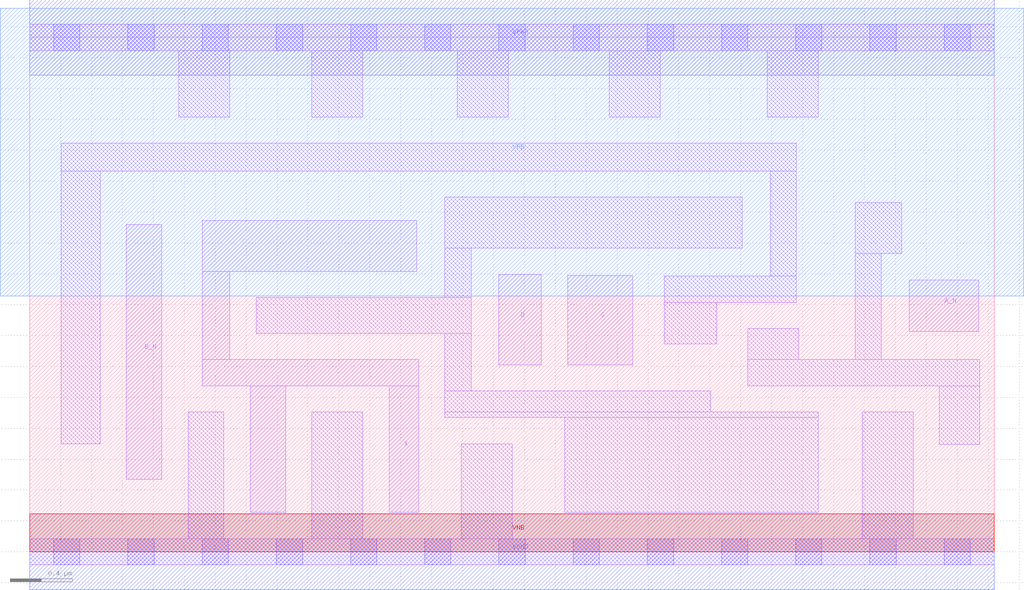
<source format=lef>
# Copyright 2020 The SkyWater PDK Authors
#
# Licensed under the Apache License, Version 2.0 (the "License");
# you may not use this file except in compliance with the License.
# You may obtain a copy of the License at
#
#     https://www.apache.org/licenses/LICENSE-2.0
#
# Unless required by applicable law or agreed to in writing, software
# distributed under the License is distributed on an "AS IS" BASIS,
# WITHOUT WARRANTIES OR CONDITIONS OF ANY KIND, either express or implied.
# See the License for the specific language governing permissions and
# limitations under the License.
#
# SPDX-License-Identifier: Apache-2.0

VERSION 5.7 ;
  NOWIREEXTENSIONATPIN ON ;
  DIVIDERCHAR "/" ;
  BUSBITCHARS "[]" ;
MACRO sky130_fd_sc_lp__and4bb_4
  CLASS CORE ;
  FOREIGN sky130_fd_sc_lp__and4bb_4 ;
  ORIGIN  0.000000  0.000000 ;
  SIZE  6.240000 BY  3.330000 ;
  SYMMETRY X Y R90 ;
  SITE unit ;
  PIN A_N
    ANTENNAGATEAREA  0.126000 ;
    DIRECTION INPUT ;
    USE SIGNAL ;
    PORT
      LAYER li1 ;
        RECT 5.690000 1.425000 6.140000 1.760000 ;
    END
  END A_N
  PIN B_N
    ANTENNAGATEAREA  0.126000 ;
    DIRECTION INPUT ;
    USE SIGNAL ;
    PORT
      LAYER li1 ;
        RECT 0.625000 0.470000 0.855000 2.120000 ;
    END
  END B_N
  PIN C
    ANTENNAGATEAREA  0.315000 ;
    DIRECTION INPUT ;
    USE SIGNAL ;
    PORT
      LAYER li1 ;
        RECT 3.480000 1.210000 3.900000 1.790000 ;
    END
  END C
  PIN D
    ANTENNAGATEAREA  0.315000 ;
    DIRECTION INPUT ;
    USE SIGNAL ;
    PORT
      LAYER li1 ;
        RECT 3.035000 1.210000 3.310000 1.795000 ;
    END
  END D
  PIN X
    ANTENNADIFFAREA  1.176000 ;
    DIRECTION OUTPUT ;
    USE SIGNAL ;
    PORT
      LAYER li1 ;
        RECT 1.115000 1.075000 2.515000 1.245000 ;
        RECT 1.115000 1.245000 1.295000 1.815000 ;
        RECT 1.115000 1.815000 2.505000 2.145000 ;
        RECT 1.425000 0.255000 1.655000 1.075000 ;
        RECT 2.325000 0.255000 2.515000 1.075000 ;
    END
  END X
  PIN VGND
    DIRECTION INOUT ;
    USE GROUND ;
    PORT
      LAYER met1 ;
        RECT 0.000000 -0.245000 6.240000 0.245000 ;
    END
  END VGND
  PIN VNB
    DIRECTION INOUT ;
    USE GROUND ;
    PORT
      LAYER pwell ;
        RECT 0.000000 0.000000 6.240000 0.245000 ;
    END
  END VNB
  PIN VPB
    DIRECTION INOUT ;
    USE POWER ;
    PORT
      LAYER nwell ;
        RECT -0.190000 1.655000 6.430000 3.520000 ;
    END
  END VPB
  PIN VPWR
    DIRECTION INOUT ;
    USE POWER ;
    PORT
      LAYER met1 ;
        RECT 0.000000 3.085000 6.240000 3.575000 ;
    END
  END VPWR
  OBS
    LAYER li1 ;
      RECT 0.000000 -0.085000 6.240000 0.085000 ;
      RECT 0.000000  3.245000 6.240000 3.415000 ;
      RECT 0.205000  0.700000 0.455000 2.465000 ;
      RECT 0.205000  2.465000 4.960000 2.645000 ;
      RECT 0.965000  2.815000 1.295000 3.245000 ;
      RECT 1.025000  0.085000 1.255000 0.905000 ;
      RECT 1.465000  1.415000 2.855000 1.645000 ;
      RECT 1.825000  0.085000 2.155000 0.905000 ;
      RECT 1.825000  2.815000 2.155000 3.245000 ;
      RECT 2.685000  0.870000 5.100000 0.905000 ;
      RECT 2.685000  0.905000 4.405000 1.040000 ;
      RECT 2.685000  1.040000 2.855000 1.415000 ;
      RECT 2.685000  1.645000 2.855000 1.965000 ;
      RECT 2.685000  1.965000 4.610000 2.295000 ;
      RECT 2.765000  2.815000 3.095000 3.245000 ;
      RECT 2.790000  0.085000 3.120000 0.700000 ;
      RECT 3.460000  0.255000 5.100000 0.870000 ;
      RECT 3.750000  2.815000 4.080000 3.245000 ;
      RECT 4.105000  1.345000 4.445000 1.615000 ;
      RECT 4.105000  1.615000 4.960000 1.785000 ;
      RECT 4.645000  1.075000 6.145000 1.245000 ;
      RECT 4.645000  1.245000 4.975000 1.445000 ;
      RECT 4.770000  2.815000 5.100000 3.245000 ;
      RECT 4.790000  1.785000 4.960000 2.465000 ;
      RECT 5.340000  1.245000 5.510000 1.930000 ;
      RECT 5.340000  1.930000 5.640000 2.260000 ;
      RECT 5.385000  0.085000 5.715000 0.905000 ;
      RECT 5.885000  0.695000 6.145000 1.075000 ;
    LAYER mcon ;
      RECT 0.155000 -0.085000 0.325000 0.085000 ;
      RECT 0.155000  3.245000 0.325000 3.415000 ;
      RECT 0.635000 -0.085000 0.805000 0.085000 ;
      RECT 0.635000  3.245000 0.805000 3.415000 ;
      RECT 1.115000 -0.085000 1.285000 0.085000 ;
      RECT 1.115000  3.245000 1.285000 3.415000 ;
      RECT 1.595000 -0.085000 1.765000 0.085000 ;
      RECT 1.595000  3.245000 1.765000 3.415000 ;
      RECT 2.075000 -0.085000 2.245000 0.085000 ;
      RECT 2.075000  3.245000 2.245000 3.415000 ;
      RECT 2.555000 -0.085000 2.725000 0.085000 ;
      RECT 2.555000  3.245000 2.725000 3.415000 ;
      RECT 3.035000 -0.085000 3.205000 0.085000 ;
      RECT 3.035000  3.245000 3.205000 3.415000 ;
      RECT 3.515000 -0.085000 3.685000 0.085000 ;
      RECT 3.515000  3.245000 3.685000 3.415000 ;
      RECT 3.995000 -0.085000 4.165000 0.085000 ;
      RECT 3.995000  3.245000 4.165000 3.415000 ;
      RECT 4.475000 -0.085000 4.645000 0.085000 ;
      RECT 4.475000  3.245000 4.645000 3.415000 ;
      RECT 4.955000 -0.085000 5.125000 0.085000 ;
      RECT 4.955000  3.245000 5.125000 3.415000 ;
      RECT 5.435000 -0.085000 5.605000 0.085000 ;
      RECT 5.435000  3.245000 5.605000 3.415000 ;
      RECT 5.915000 -0.085000 6.085000 0.085000 ;
      RECT 5.915000  3.245000 6.085000 3.415000 ;
  END
END sky130_fd_sc_lp__and4bb_4
END LIBRARY

</source>
